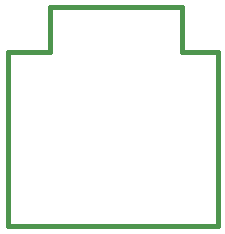
<source format=gko>
G04 (created by PCBNEW-RS274X (2012-apr-16-27)-stable) date dim. 02 juin 2013 02:31:26 CST*
G01*
G70*
G90*
%MOIN*%
G04 Gerber Fmt 3.4, Leading zero omitted, Abs format*
%FSLAX34Y34*%
G04 APERTURE LIST*
%ADD10C,0.006000*%
%ADD11C,0.015000*%
G04 APERTURE END LIST*
G54D10*
G54D11*
X48400Y-34400D02*
X48400Y-32900D01*
X44000Y-32900D02*
X44000Y-34400D01*
X44000Y-32900D02*
X48400Y-32900D01*
X49600Y-34400D02*
X49600Y-40200D01*
X42600Y-40200D02*
X42600Y-34400D01*
X44000Y-34400D02*
X42600Y-34400D01*
X49600Y-34400D02*
X48400Y-34400D01*
X49600Y-40200D02*
X42600Y-40200D01*
M02*

</source>
